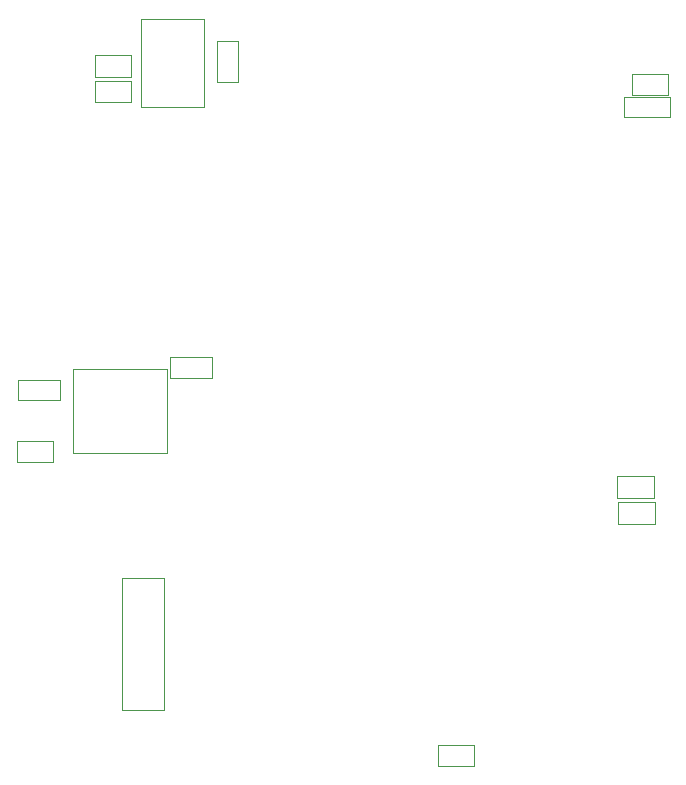
<source format=gbr>
G04 #@! TF.FileFunction,Other,User*
%FSLAX46Y46*%
G04 Gerber Fmt 4.6, Leading zero omitted, Abs format (unit mm)*
G04 Created by KiCad (PCBNEW 4.0.7) date Monday, July 02, 2018 'PMt' 09:22:05 PM*
%MOMM*%
%LPD*%
G01*
G04 APERTURE LIST*
%ADD10C,0.100000*%
%ADD11C,0.050000*%
G04 APERTURE END LIST*
D10*
D11*
X189589000Y-158601000D02*
X189589000Y-169801000D01*
X189589000Y-169801000D02*
X193189000Y-169801000D01*
X193189000Y-169801000D02*
X193189000Y-158601000D01*
X193189000Y-158601000D02*
X189589000Y-158601000D01*
X197670000Y-116650000D02*
X197670000Y-113150000D01*
X197670000Y-116650000D02*
X199420000Y-116650000D01*
X199420000Y-113150000D02*
X197670000Y-113150000D01*
X199420000Y-113150000D02*
X199420000Y-116650000D01*
X184350000Y-143580000D02*
X180850000Y-143580000D01*
X184350000Y-143580000D02*
X184350000Y-141830000D01*
X180850000Y-141830000D02*
X180850000Y-143580000D01*
X180850000Y-141830000D02*
X184350000Y-141830000D01*
X193703000Y-139963000D02*
X197203000Y-139963000D01*
X193703000Y-139963000D02*
X193703000Y-141713000D01*
X197203000Y-141713000D02*
X197203000Y-139963000D01*
X197203000Y-141713000D02*
X193703000Y-141713000D01*
X236011000Y-117895000D02*
X236011000Y-119595000D01*
X236011000Y-119595000D02*
X232111000Y-119595000D01*
X232111000Y-119595000D02*
X232111000Y-117895000D01*
X232111000Y-117895000D02*
X236011000Y-117895000D01*
X232765000Y-115940000D02*
X235865000Y-115940000D01*
X232765000Y-115940000D02*
X232765000Y-117740000D01*
X235865000Y-117740000D02*
X235865000Y-115940000D01*
X235865000Y-117740000D02*
X232765000Y-117740000D01*
X183800000Y-148800000D02*
X180700000Y-148800000D01*
X183800000Y-148800000D02*
X183800000Y-147000000D01*
X180700000Y-147000000D02*
X180700000Y-148800000D01*
X180700000Y-147000000D02*
X183800000Y-147000000D01*
X231545800Y-150026800D02*
X234645800Y-150026800D01*
X231545800Y-150026800D02*
X231545800Y-151826800D01*
X234645800Y-151826800D02*
X234645800Y-150026800D01*
X234645800Y-151826800D02*
X231545800Y-151826800D01*
X234747400Y-154036600D02*
X231647400Y-154036600D01*
X234747400Y-154036600D02*
X234747400Y-152236600D01*
X231647400Y-152236600D02*
X231647400Y-154036600D01*
X231647400Y-152236600D02*
X234747400Y-152236600D01*
X196600000Y-111270000D02*
X191200000Y-111270000D01*
X196600000Y-118730000D02*
X191200000Y-118730000D01*
X196600000Y-111270000D02*
X196600000Y-118730000D01*
X191200000Y-111270000D02*
X191200000Y-118730000D01*
X185508600Y-140976000D02*
X185508600Y-148076000D01*
X193408600Y-140976000D02*
X193408600Y-148076000D01*
X185508600Y-140976000D02*
X193408600Y-140976000D01*
X185508600Y-148076000D02*
X193408600Y-148076000D01*
X190399000Y-116194000D02*
X187299000Y-116194000D01*
X190399000Y-116194000D02*
X190399000Y-114394000D01*
X187299000Y-114394000D02*
X187299000Y-116194000D01*
X187299000Y-114394000D02*
X190399000Y-114394000D01*
X190399000Y-118353000D02*
X187299000Y-118353000D01*
X190399000Y-118353000D02*
X190399000Y-116553000D01*
X187299000Y-116553000D02*
X187299000Y-118353000D01*
X187299000Y-116553000D02*
X190399000Y-116553000D01*
X216350000Y-172750000D02*
X219450000Y-172750000D01*
X216350000Y-172750000D02*
X216350000Y-174550000D01*
X219450000Y-174550000D02*
X219450000Y-172750000D01*
X219450000Y-174550000D02*
X216350000Y-174550000D01*
M02*

</source>
